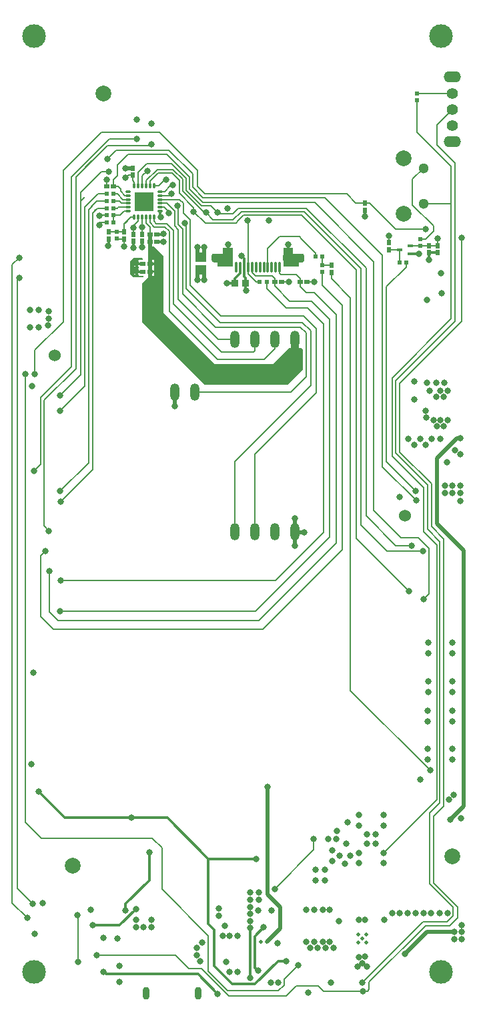
<source format=gbl>
G04 Layer_Physical_Order=4*
G04 Layer_Color=11436288*
%FSLAX44Y44*%
%MOMM*%
G71*
G01*
G75*
%ADD10C,2.0000*%
%ADD18R,0.5500X0.6000*%
%ADD19R,0.6200X0.6600*%
%ADD20R,0.6600X0.6200*%
%ADD24R,0.6000X0.5500*%
%ADD26R,0.8500X0.9500*%
%ADD30R,1.4500X1.2500*%
%ADD48C,0.2000*%
%ADD49C,0.3000*%
%ADD50C,0.5000*%
%ADD51C,1.0000*%
%ADD52C,1.5240*%
%ADD53O,2.2000X1.4000*%
%ADD54C,1.3970*%
%ADD55C,1.3000*%
%ADD56O,0.9000X1.6000*%
%ADD57C,3.0000*%
%ADD58C,0.5000*%
%ADD59C,0.8000*%
%ADD74O,1.2000X2.2000*%
%ADD75R,2.4000X2.4000*%
%ADD76O,0.7000X0.2800*%
%ADD77O,0.2800X0.7000*%
%ADD78O,0.3000X1.4000*%
G04:AMPARAMS|DCode=79|XSize=2.65mm|YSize=1.1mm|CornerRadius=0.275mm|HoleSize=0mm|Usage=FLASHONLY|Rotation=0.000|XOffset=0mm|YOffset=0mm|HoleType=Round|Shape=RoundedRectangle|*
%AMROUNDEDRECTD79*
21,1,2.6500,0.5500,0,0,0.0*
21,1,2.1000,1.1000,0,0,0.0*
1,1,0.5500,1.0500,-0.2750*
1,1,0.5500,-1.0500,-0.2750*
1,1,0.5500,-1.0500,0.2750*
1,1,0.5500,1.0500,0.2750*
%
%ADD79ROUNDEDRECTD79*%
%ADD80R,0.8000X0.3500*%
G36*
X4018500Y2982050D02*
X4030000D01*
X4032500Y2979550D01*
Y2973550D01*
X4030000Y2971050D01*
X4025500D01*
Y2966050D01*
X4006000D01*
Y2989050D01*
X4018500D01*
Y2982050D01*
D02*
G37*
G36*
X3942000Y2966050D02*
X3922500D01*
Y2971050D01*
X3918000D01*
X3915500Y2973550D01*
Y2979550D01*
X3918000Y2982050D01*
X3929500D01*
Y2989050D01*
X3942000D01*
Y2966050D01*
D02*
G37*
G36*
X3838450Y2991950D02*
X3839450D01*
Y2990950D01*
X3842100D01*
X3854000Y2979050D01*
Y2907000D01*
X3881000Y2880000D01*
X3919000Y2842000D01*
X3993000D01*
X4013000Y2862000D01*
X4015999D01*
X4016765Y2861412D01*
X4018712Y2860606D01*
X4019300Y2860529D01*
Y2873400D01*
X4022300D01*
Y2860529D01*
X4022888Y2860606D01*
X4024835Y2861412D01*
X4025601Y2862000D01*
X4028875D01*
X4030875Y2860000D01*
Y2835224D01*
X4017651Y2822000D01*
X4011651Y2816000D01*
X3906000D01*
X3896000Y2826000D01*
X3826750Y2895250D01*
Y2944705D01*
X3834450Y2952405D01*
Y2954200D01*
X3835450D01*
Y2959300D01*
X3836950D01*
Y2960800D01*
X3842250D01*
Y2964200D01*
Y2967800D01*
X3836950D01*
Y2969300D01*
X3835450D01*
Y2974400D01*
X3834450D01*
Y2991950D01*
X3835450D01*
Y2997050D01*
X3838450D01*
Y2991950D01*
D02*
G37*
G36*
X3827927Y2975573D02*
X3827440Y2974400D01*
X3822850D01*
Y2973734D01*
X3821580Y2973055D01*
X3821111Y2973368D01*
X3820820Y2973426D01*
Y2969600D01*
Y2965775D01*
X3821111Y2965832D01*
X3821580Y2966146D01*
X3822850Y2965467D01*
Y2964200D01*
Y2963734D01*
X3821580Y2963055D01*
X3821111Y2963368D01*
X3820820Y2963426D01*
Y2959600D01*
Y2955775D01*
X3821111Y2955832D01*
X3821580Y2956146D01*
X3822850Y2955467D01*
Y2954200D01*
X3828541D01*
X3829027Y2953027D01*
X3828000Y2952000D01*
X3816077D01*
X3812920Y2955157D01*
X3811950Y2956127D01*
Y2972270D01*
X3816680Y2977000D01*
X3826500D01*
X3827927Y2975573D01*
D02*
G37*
%LPC*%
G36*
X3818280Y2958330D02*
X3815724D01*
X3815782Y2958040D01*
X3816666Y2956716D01*
X3817989Y2955832D01*
X3818280Y2955775D01*
Y2958330D01*
D02*
G37*
G36*
X3842250Y2957800D02*
X3838450D01*
Y2954200D01*
X3842250D01*
Y2957800D01*
D02*
G37*
G36*
X3818280Y2963426D02*
X3817989Y2963368D01*
X3816666Y2962484D01*
X3815782Y2961161D01*
X3815724Y2960870D01*
X3818280D01*
Y2963426D01*
D02*
G37*
G36*
X3842250Y2974400D02*
X3838450D01*
Y2970800D01*
X3842250D01*
Y2974400D01*
D02*
G37*
G36*
X3818280Y2973426D02*
X3817989Y2973368D01*
X3816666Y2972484D01*
X3815782Y2971161D01*
X3815724Y2970870D01*
X3818280D01*
Y2973426D01*
D02*
G37*
G36*
Y2968330D02*
X3815724D01*
X3815782Y2968040D01*
X3816666Y2966716D01*
X3817989Y2965832D01*
X3818280Y2965775D01*
Y2968330D01*
D02*
G37*
%LPD*%
D10*
X4221000Y2218000D02*
D03*
X3739000Y2206000D02*
D03*
X3778000Y3185000D02*
D03*
X4159000Y3032918D02*
D03*
Y3102918D02*
D03*
D18*
X3794370Y3001000D02*
D03*
Y3009500D02*
D03*
X4055657Y2967300D02*
D03*
Y2958800D02*
D03*
X4180000Y2992000D02*
D03*
Y3000500D02*
D03*
X4176000Y3176750D02*
D03*
Y3185250D02*
D03*
D19*
X3814935Y3081650D02*
D03*
Y3090450D02*
D03*
X3784285Y3009500D02*
D03*
Y3000700D02*
D03*
X3826750Y3006535D02*
D03*
Y2997735D02*
D03*
X3815750Y3006450D02*
D03*
Y2997650D02*
D03*
X3804370Y3009500D02*
D03*
Y3000700D02*
D03*
X4067000Y2967300D02*
D03*
Y2958500D02*
D03*
X4110000Y3046000D02*
D03*
Y3037200D02*
D03*
X4140000Y2987000D02*
D03*
Y2995800D02*
D03*
X4191000Y2992000D02*
D03*
Y2983200D02*
D03*
X4202000Y2992000D02*
D03*
Y2983200D02*
D03*
D20*
X3836950Y3006535D02*
D03*
X3845750D02*
D03*
X3836950Y2997050D02*
D03*
X3845750D02*
D03*
X3836950Y2969300D02*
D03*
X3828150D02*
D03*
X3836950Y2959300D02*
D03*
X3828150D02*
D03*
X4004000Y2946000D02*
D03*
X3995200D02*
D03*
X4036400D02*
D03*
X4027600D02*
D03*
X3781650Y3067343D02*
D03*
X3790450D02*
D03*
D24*
X3781950Y3057720D02*
D03*
X3790450D02*
D03*
X3781950Y3048770D02*
D03*
X3790450D02*
D03*
X3781950Y3039770D02*
D03*
X3790450D02*
D03*
X3781950Y3030770D02*
D03*
X3790450D02*
D03*
Y3021220D02*
D03*
X3781950D02*
D03*
X3984850Y2946000D02*
D03*
X3976350D02*
D03*
X4055726Y2978000D02*
D03*
X4047226D02*
D03*
X4153500Y2971000D02*
D03*
X4162000D02*
D03*
D26*
X3944995Y2944705D02*
D03*
X3958495D02*
D03*
D30*
X3901469Y2961300D02*
D03*
Y2977800D02*
D03*
D48*
X3924230Y3032770D02*
X3941750D01*
X3949000Y3023885D02*
Y3024000D01*
X3946165Y3021050D02*
X3949000Y3023885D01*
X3879000Y3033770D02*
X3888000Y3024770D01*
Y2942150D02*
Y3024770D01*
Y2942150D02*
X3927000Y2903150D01*
X3881850Y3020850D02*
X3883000Y3019700D01*
Y2938000D02*
Y3019700D01*
Y2938000D02*
X3926000Y2895000D01*
X3873000Y3018951D02*
X3878101Y3013850D01*
X3878150D01*
Y2930850D02*
Y3013850D01*
Y2930850D02*
X3920000Y2889000D01*
X3868000Y3017000D02*
X3872950Y3012050D01*
Y2924050D02*
Y3012050D01*
Y2924050D02*
X3923600Y2873400D01*
X3857950Y3020050D02*
X3867000Y3011000D01*
Y2918000D02*
Y3011000D01*
Y2918000D02*
X3928000Y2857000D01*
X3855950Y3016050D02*
X3861670Y3010330D01*
Y2909330D02*
Y3010330D01*
Y2909330D02*
X3923000Y2848000D01*
X4219000Y2899419D02*
Y3045418D01*
X4144000Y2824419D02*
X4219000Y2899419D01*
X4144000Y2725215D02*
Y2824419D01*
X4223940Y2895940D02*
Y3097061D01*
X4148658Y2820657D02*
X4223940Y2895940D01*
X4148658Y2729343D02*
Y2820657D01*
X4232362Y2896048D02*
Y3002000D01*
X4154000Y2817686D02*
X4232362Y2896048D01*
X4154000Y2730215D02*
Y2817686D01*
X3662000Y2159000D02*
X3681000Y2140000D01*
X3662000Y2159000D02*
Y2173000D01*
X4055657Y2967300D02*
X4067000D01*
Y2950250D02*
Y2958500D01*
X4055657Y2977931D02*
X4055726Y2978000D01*
X4055657Y2967300D02*
Y2977931D01*
X4197000Y2269000D02*
X4209488Y2281488D01*
Y2286862D01*
X4209250Y2287101D02*
X4209488Y2286862D01*
X4209250Y2287101D02*
Y2442274D01*
X4209488Y2442512D01*
X4200740Y2289717D02*
Y2326000D01*
X4217000Y2130000D02*
X4227000Y2140000D01*
Y2154000D01*
X4197000Y2184000D02*
X4227000Y2154000D01*
X4221315Y2142840D02*
Y2153685D01*
X4192000Y2183000D02*
X4221315Y2153685D01*
X4192000Y2183000D02*
Y2273260D01*
X4213475Y2135000D02*
X4221315Y2142840D01*
X4197000Y2184000D02*
Y2269000D01*
X4192000Y2273260D02*
X4204740Y2286000D01*
X4133023Y2222000D02*
X4200740Y2289717D01*
X3986500Y2965050D02*
Y2988291D01*
X4047226Y2978000D02*
Y2982774D01*
X4055657Y2941717D02*
Y2958800D01*
X3714000Y2506000D02*
X3980000D01*
X3698000Y2522000D02*
X3714000Y2506000D01*
X3698000Y2522000D02*
Y2599000D01*
X3704000Y2605000D01*
X3892515Y3035515D02*
X3906980Y3021050D01*
X3916950Y3025050D02*
X3942280D01*
X3908000Y3034000D02*
X3916950Y3025050D01*
X3906980Y3021050D02*
X3946165D01*
X3923000Y3034000D02*
X3924230Y3032770D01*
X3914000Y3043000D02*
X3923000Y3034000D01*
X3902000Y3043000D02*
X3914000D01*
X3897000Y3067343D02*
Y3088000D01*
X3887000Y3064000D02*
X3904000Y3047000D01*
X3883000Y3062000D02*
X3902000Y3043000D01*
X3873000Y3018951D02*
Y3041220D01*
X3868000Y3017000D02*
Y3035800D01*
X3905343Y3034000D02*
X3908000D01*
X3878150Y3061194D02*
X3905343Y3034000D01*
X3874150Y3058650D02*
X3892515Y3040285D01*
Y3035515D02*
Y3040285D01*
X3858000Y3108000D02*
X3887000Y3079000D01*
X3809450Y3108000D02*
X3858000D01*
X3795450Y3094000D02*
X3809450Y3108000D01*
X3861000Y3113000D02*
X3891000Y3083000D01*
X3794000Y3113000D02*
X3861000D01*
X3783000Y3102000D02*
X3794000Y3113000D01*
X3849000Y3136000D02*
X3897000Y3088000D01*
X4167000Y2992000D02*
X4180000D01*
X4140000Y2995800D02*
Y3005000D01*
Y2987000D02*
X4140000Y2987000D01*
X4187000Y3000500D02*
X4197000Y3010500D01*
X4180000Y3000500D02*
X4187000D01*
X4197000Y3010500D02*
Y3017000D01*
X4170000Y3044000D02*
X4197000Y3017000D01*
X4184000Y3045418D02*
X4219000D01*
X4170000Y3076418D02*
X4184000Y3090418D01*
X4170000Y3044000D02*
Y3076418D01*
X4180000Y2992000D02*
X4191000D01*
X4202000D01*
Y3001600D01*
X4176000Y3185250D02*
X4176070Y3185320D01*
X4176000Y3136000D02*
Y3176750D01*
Y3136000D02*
X4219000Y3093000D01*
X4201000Y3120000D02*
Y3145000D01*
Y3120000D02*
X4223940Y3097061D01*
X4219000Y3045418D02*
Y3093000D01*
X3864343Y3096000D02*
X3883000Y3077343D01*
X3832900Y3096000D02*
X3864343D01*
X3865916Y3088770D02*
X3878150Y3076537D01*
X3846000Y3088770D02*
X3865916D01*
X3865030Y3084000D02*
X3874150Y3074880D01*
X3847230Y3084000D02*
X3865030D01*
X3702500Y2636920D02*
X3708710Y2630710D01*
X3821950Y3068220D02*
Y3085050D01*
X3826985Y3068255D02*
Y3080755D01*
X3833280Y3087050D01*
X3814935Y3074535D02*
X3816950Y3072520D01*
X3814935Y3074535D02*
Y3081650D01*
X3826950Y3068220D02*
X3826985Y3068255D01*
X3816950Y3068220D02*
Y3072520D01*
X3970000Y2629400D02*
Y2728000D01*
X3790450Y3039770D02*
X3795450D01*
X3796400Y3040720D01*
X3809450D01*
X3803950Y3035720D02*
X3809450D01*
X3799000Y3030770D02*
X3803950Y3035720D01*
X3772450Y3030220D02*
X3774450D01*
X3775000Y3030770D02*
X3781950D01*
X3774450Y3030220D02*
X3775000Y3030770D01*
X3790450Y3021220D02*
Y3028770D01*
Y3030770D02*
X3792450D01*
X3799000D01*
X3790450Y3028770D02*
X3792450Y3030770D01*
X3944600Y2629400D02*
Y2718600D01*
X3804950Y3055720D02*
X3809450D01*
X3826950Y3016250D02*
Y3028220D01*
X3841950Y3022850D02*
Y3028220D01*
X3821950Y3023257D02*
Y3028220D01*
X3815750Y3017057D02*
X3821950Y3023257D01*
X3812920Y3028220D02*
X3816950D01*
X3800950Y3045720D02*
X3809450D01*
X3797900Y3048770D02*
X3800950Y3045720D01*
X3790450Y3048770D02*
X3797900D01*
X3802450Y3050720D02*
X3809450D01*
X3795450Y3057720D02*
X3802450Y3050720D01*
X3790450Y3057720D02*
X3795450D01*
X3836950Y3068220D02*
Y3073720D01*
X3849450Y3060720D02*
X3855420D01*
X3826750Y3006535D02*
Y3016050D01*
X3826950Y3016250D01*
X3841950Y3068220D02*
X3847920D01*
X3794370Y3009500D02*
X3804370D01*
X3773920Y3021220D02*
X3781950D01*
X3772750Y3020050D02*
X3773920Y3021220D01*
X3772750Y3018350D02*
Y3020050D01*
X3804370Y3019670D02*
X3812920Y3028220D01*
X4007000Y2062060D02*
X4025000Y2080060D01*
X4176070Y3185320D02*
X4221000D01*
X3849450Y3040720D02*
X3855000D01*
X3861670Y3034050D01*
X3970000Y2859000D02*
Y2873400D01*
X3836950Y3006535D02*
Y3015850D01*
X3841950Y3022850D02*
X3844750Y3020050D01*
X3995400Y2861400D02*
Y2873400D01*
X3982000Y2848000D02*
X3995400Y2861400D01*
X3968000Y2857000D02*
X3970000Y2859000D01*
X3772450Y3018050D02*
X3772750Y3018350D01*
X3805750Y3021050D02*
X3812750Y3028050D01*
X3794670Y3000700D02*
X3804370D01*
X3794370Y3001000D02*
X3794670Y3000700D01*
X3847920Y3068220D02*
X3855420Y3075720D01*
X3815750Y3015000D02*
Y3017057D01*
X3836950Y3021507D02*
Y3028220D01*
Y3021507D02*
X3842407Y3016050D01*
X3831950Y3020850D02*
Y3028220D01*
Y3020850D02*
X3836950Y3015850D01*
X3815750Y3006450D02*
Y3015000D01*
X3784285Y3009500D02*
X3794370D01*
X3804370D02*
Y3019670D01*
Y2991370D02*
Y3000700D01*
X3804000Y2991000D02*
X3804370Y2991370D01*
X3926000Y2895000D02*
X4030000D01*
X4031850Y2903150D02*
X4048000Y2887000D01*
Y2806000D02*
Y2887000D01*
X3970000Y2728000D02*
X4048000Y2806000D01*
X3927000Y2903150D02*
X4031850D01*
X4030000Y2895000D02*
X4041000Y2884000D01*
X3944600Y2718600D02*
X4041000Y2815000D01*
Y2884000D01*
X4028000Y2889000D02*
X4035500Y2881500D01*
X3923000Y2848000D02*
X3982000D01*
X3928000Y2857000D02*
X3968000D01*
X3923600Y2873400D02*
X3944600D01*
X3920000Y2889000D02*
X4028000D01*
X3849450Y3055720D02*
X3862000D01*
X3864000Y3057720D01*
X3844750Y3020050D02*
X3857950D01*
X3842407Y3016050D02*
X3855950D01*
X3849450Y3045720D02*
X3858080D01*
X3849450Y3050720D02*
X3874000D01*
X3860750Y3033050D02*
X3861670Y3033970D01*
X3831950Y3068220D02*
Y3074720D01*
X3855420Y3060720D02*
X3862750Y3068050D01*
X3831950Y3074720D02*
X3846000Y3088770D01*
X3836950Y3073720D02*
X3847230Y3084000D01*
X3809650Y3081650D02*
X3814935D01*
X3855420Y3075720D02*
X3857000D01*
X3806000Y3078000D02*
X3809650Y3081650D01*
X3770000Y3039770D02*
X3781950D01*
X3833280Y3087050D02*
X3833985D01*
X3821950Y3085050D02*
X3832900Y3096000D01*
X3871500Y3042720D02*
X3873000Y3041220D01*
X3858080Y3045720D02*
X3868000Y3035800D01*
X3881000Y3020850D02*
X3881850D01*
X3879000Y3033770D02*
Y3045720D01*
X3874000Y3050720D02*
X3879000Y3045720D01*
X3887000Y3064000D02*
Y3079000D01*
X3874150Y3058650D02*
Y3074880D01*
X3878150Y3061194D02*
Y3076537D01*
X3883000Y3062000D02*
Y3077343D01*
X3891000Y3066345D02*
Y3083000D01*
X4036535Y2913000D02*
X4057000Y2892535D01*
X3722920Y2529110D02*
X3971110D01*
X3720000Y2517000D02*
X3975000D01*
X3709000Y2528000D02*
X3720000Y2517000D01*
X3709000Y2528000D02*
Y2580000D01*
X3724000Y2568000D02*
X3996000D01*
X4042000Y2922000D02*
X4065000Y2899000D01*
X3971110Y2529110D02*
X4065000Y2623000D01*
X3996000Y2568000D02*
X4057000Y2629000D01*
X4201000Y3145000D02*
X4221000Y3165000D01*
X4004000Y2946000D02*
X4012850D01*
X3869400Y2092600D02*
X3886000Y2076000D01*
X3902000D01*
X3893800Y2806400D02*
X4015900D01*
X4035500Y2826000D01*
Y2881500D01*
X4057000Y2629000D02*
Y2892535D01*
X4065000Y2623000D02*
Y2899000D01*
X4138000Y2605000D02*
X4183000D01*
X4140000Y2987000D02*
X4153500D01*
Y2971000D02*
Y2987000D01*
X4162000Y2965000D02*
Y2971000D01*
X4200740Y2289717D02*
Y2612574D01*
X4204740Y2286000D02*
Y2617260D01*
X4209488Y2442512D02*
Y2620512D01*
X4194000Y2636000D02*
X4209488Y2620512D01*
X4184000Y2629315D02*
X4200740Y2612574D01*
X4189000Y2633000D02*
X4204740Y2617260D01*
X4184000Y2629315D02*
Y2685215D01*
X4189000Y2633000D02*
Y2689000D01*
X4194000Y2636000D02*
Y2690215D01*
X3669000Y2177250D02*
X3688000Y2158250D01*
X3669000Y2177250D02*
Y2949000D01*
X3671000Y2951000D01*
X3662000Y2173000D02*
Y2968000D01*
X3671000Y2977000D01*
X3679000Y2260960D02*
Y2829000D01*
X3690000Y2706910D02*
X3698000Y2714910D01*
X3764000Y3033770D02*
X3768000Y3037770D01*
X3764000Y3033770D02*
X3770000Y3039770D01*
X3759000Y3038000D02*
X3765500Y3044500D01*
X3754000Y3041000D02*
X3766000Y3053000D01*
X3754000Y3041000D02*
X3770720Y3057720D01*
X3785113Y3127000D02*
X3820000D01*
X3782770Y3119000D02*
X3841000D01*
X3749000Y3048770D02*
X3754115Y3053885D01*
X3759000Y3038000D02*
X3769770Y3048770D01*
X3781950D01*
X3770720Y3057720D02*
X3781950D01*
X3743000Y3079230D02*
X3762885Y3099115D01*
X3743000Y3079230D02*
X3782770Y3119000D01*
X3702500Y2636920D02*
Y2796000D01*
X3724000Y2668000D02*
X3764000Y2708000D01*
Y3033770D01*
X3723000Y2681000D02*
X3759000Y2717000D01*
Y3038000D01*
X3723000Y2783000D02*
X3754000Y2814000D01*
X3723000Y2802157D02*
X3749000Y2828157D01*
X3754000Y2814000D02*
Y3041000D01*
X3749000Y2828157D02*
Y3048770D01*
X3743000Y2836500D02*
Y3079230D01*
X3775000Y3136000D02*
X3849000D01*
X3737000Y3078887D02*
X3743113Y3085000D01*
X3698000Y2714910D02*
Y2800000D01*
X3737000Y3078887D02*
X3785113Y3127000D01*
X3727000Y3088000D02*
X3743000Y3104000D01*
X3727000Y2895500D02*
Y3088000D01*
X3702500Y2796000D02*
X3743000Y2836500D01*
X3737000Y2839000D02*
Y3078887D01*
X3698000Y2800000D02*
X3737000Y2839000D01*
X3691000Y2859500D02*
X3727000Y2895500D01*
Y3088000D02*
X3775000Y3136000D01*
X3691000Y2829000D02*
Y2859500D01*
X3986500Y2988291D02*
X4001709Y3003500D01*
X4026500D01*
X4029500Y3000500D02*
X4047226Y2982774D01*
X3769000Y2092600D02*
X3869400D01*
X3746000Y2084000D02*
Y2142750D01*
X3745000Y2143750D02*
X3746000Y2142750D01*
X4154000Y2730215D02*
X4194000Y2690215D01*
X4148658Y2729343D02*
X4189000Y2689000D01*
X4144000Y2725215D02*
X4184000Y2685215D01*
X4137000Y2718315D02*
X4174315Y2681000D01*
X4137000Y2718315D02*
Y2940000D01*
X4162000Y2965000D01*
X4132000Y2712000D02*
X4175000Y2669000D01*
X3975000Y2517000D02*
X4072934Y2614934D01*
Y2905066D01*
X4045000Y2933000D02*
X4072934Y2905066D01*
X3980000Y2506000D02*
X4081000Y2607000D01*
Y2916374D01*
X4055657Y2941717D02*
X4081000Y2916374D01*
X4091250Y2428180D02*
X4192430Y2327000D01*
X4091250Y2428180D02*
Y2926000D01*
X4067000Y2950250D02*
X4091250Y2926000D01*
X4099000Y2620685D02*
X4165685Y2554000D01*
X4184500Y2544000D02*
X4191000Y2550500D01*
X4155560Y2622000D02*
X4177400D01*
X4191000Y2608400D01*
Y2550500D02*
Y2608400D01*
X4149000Y2612000D02*
X4169000D01*
X4105000Y2638000D02*
X4138000Y2605000D01*
X4111000Y2650000D02*
X4149000Y2612000D01*
X4121000Y2656560D02*
X4155560Y2622000D01*
X4121000Y2656560D02*
Y2972000D01*
X4099000Y2620685D02*
Y2961395D01*
X4105000Y2638000D02*
Y2963000D01*
X4111000Y2650000D02*
Y2964000D01*
X4132000Y2712000D02*
Y2980000D01*
X3897000Y3067343D02*
X3906623Y3057720D01*
X3891000Y3066345D02*
X3904345Y3053000D01*
X4098220Y3046000D02*
X4115750D01*
X4148750Y3013000D01*
X4187000D01*
X4106000Y2057750D02*
X4183250Y2135000D01*
X4213475D01*
X4106992Y2046996D02*
X4112746D01*
X4114962Y2049211D01*
X4186379Y2130000D02*
X4217000D01*
X4114962Y2049211D02*
Y2058582D01*
X4186379Y2130000D01*
X3679000Y2260960D02*
X3698960Y2241000D01*
X4044407Y2226407D02*
Y2240000D01*
X3995000Y2177000D02*
X4044407Y2226407D01*
X3698960Y2241000D02*
X3840000D01*
X3852000Y2229000D01*
Y2176465D02*
Y2229000D01*
Y2176465D02*
X3911000Y2117465D01*
Y2072657D02*
Y2117465D01*
X3902000Y2076000D02*
X3920657Y2057343D01*
Y2057343D02*
Y2057343D01*
Y2057343D02*
X3937000Y2041000D01*
X4057404Y2046996D02*
X4106992D01*
X4050400Y2054000D02*
X4057404Y2046996D01*
X3911000Y2072657D02*
X3935657Y2048000D01*
X3937000Y2041000D02*
X4009625D01*
X3935657Y2048000D02*
X3999900D01*
X4009625Y2041000D02*
X4022625Y2054000D01*
X4050400D01*
X3999900Y2048000D02*
X4007000Y2055101D01*
Y2062060D01*
X3749000Y3048770D02*
Y3060000D01*
X3775000Y3086000D01*
X3785000D01*
X3790450Y3067343D02*
X3796550D01*
X3799670Y3064223D01*
Y3061000D02*
Y3064223D01*
Y3061000D02*
X3804950Y3055720D01*
X3790450Y3067343D02*
Y3075793D01*
X3795450Y3080793D01*
Y3094000D01*
X3781650Y3067343D02*
X3782000Y3067693D01*
X3781992Y3067701D02*
Y3075994D01*
Y3067701D02*
X3782000Y3067693D01*
X4086500Y3057720D02*
X4098220Y3046000D01*
X4059000Y3053000D02*
X4132000Y2980000D01*
X4046000Y3047000D02*
X4121000Y2972000D01*
X4035230Y3039770D02*
X4111000Y2964000D01*
X3941750Y3032770D02*
X3948750Y3039770D01*
X4032485Y3035515D02*
X4105000Y2963000D01*
X3942280Y3025050D02*
X3952745Y3035515D01*
X4029395Y3031000D02*
X4099000Y2961395D01*
X3949000Y3024000D02*
X3956000Y3031000D01*
X3906623Y3057720D02*
X4086500D01*
X3904345Y3053000D02*
X4059000D01*
X3904000Y3047000D02*
X4046000D01*
X3948750Y3039770D02*
X4035230D01*
X3952745Y3035515D02*
X4032485D01*
X3956000Y3031000D02*
X4029395D01*
X3961000Y3023770D02*
X3961500Y3023270D01*
Y2965050D02*
Y3023270D01*
X3966500Y2957967D02*
Y2965050D01*
X3961500Y2956500D02*
Y2965050D01*
X3966500Y2957967D02*
X3970467Y2954000D01*
X4001500Y2957274D02*
X4003307Y2955467D01*
X4001500Y2957274D02*
Y2965050D01*
X3991850Y2954000D02*
X3995200Y2950650D01*
Y2941051D02*
X4014250Y2922000D01*
X4018000D01*
X3970467Y2954000D02*
X3991850D01*
X3995200Y2941051D02*
Y2946000D01*
Y2950650D01*
X4014250Y2922000D02*
X4042000D01*
X3984850Y2938150D02*
Y2946000D01*
Y2938150D02*
X4010000Y2913000D01*
X4036535D01*
X3972000Y2946000D02*
X3976350D01*
X3961500Y2956500D02*
X3972000Y2946000D01*
X4036400D02*
X4045000D01*
X4022908Y2955467D02*
X4027600Y2950775D01*
X4003307Y2955467D02*
X4022908D01*
X4027600Y2946000D02*
Y2950775D01*
Y2940400D02*
Y2946000D01*
Y2940400D02*
X4035000Y2933000D01*
X4045000D01*
X4026500Y3003500D02*
X4029500Y3000500D01*
D49*
X4110000Y3028785D02*
Y3037200D01*
X4191000Y2983200D02*
X4202000D01*
X3970000Y2077000D02*
Y2116750D01*
Y2077000D02*
X3974000Y2073000D01*
X3970000Y2077000D02*
Y2092000D01*
X3820250Y2959300D02*
X3828150D01*
X3845750Y2997050D02*
X3853750D01*
X3845750Y3006535D02*
X3853235D01*
X3815750Y2989050D02*
Y2997650D01*
X3826750Y2990050D02*
Y2997735D01*
X3820250Y2969300D02*
X3828150D01*
X3784285Y2992285D02*
Y3000700D01*
X3784000Y2992000D02*
X3784285Y2992285D01*
X3853235Y3006535D02*
X3853750Y3007050D01*
X3849450Y3029220D02*
Y3035720D01*
Y3029220D02*
X3850450Y3028220D01*
X3853750Y2997050D02*
X3853750Y2997050D01*
X3964250Y2064000D02*
Y2127307D01*
X3835960Y2187960D02*
Y2223000D01*
X3805700Y2149750D02*
Y2157700D01*
X3835960Y2187960D01*
X3798219Y2130879D02*
X3818960Y2151620D01*
X3764000Y2130879D02*
X3798219D01*
X4191000Y2974000D02*
Y2983200D01*
X4167000Y2982000D02*
X4178000D01*
X3936000Y2985000D02*
Y2994000D01*
X4012250Y2985774D02*
Y2993750D01*
X4012000Y2994000D02*
X4012250Y2993750D01*
X3778000Y2071910D02*
X3780910Y2069000D01*
X3898000D01*
X3970000Y2116750D02*
X3981250Y2128000D01*
X3898000Y2069000D02*
X3923000Y2044000D01*
X3911000Y2132307D02*
Y2215000D01*
Y2132307D02*
X3918000Y2125307D01*
Y2079000D02*
Y2125307D01*
Y2079000D02*
X3941000Y2056000D01*
X3970000D01*
X3999500Y2085500D01*
X4009500D01*
X3695500Y2300000D02*
X3728500Y2267000D01*
X3911000Y2215000D02*
X3972000D01*
X3859000Y2267000D02*
X3911000Y2215000D01*
X3728500Y2267000D02*
X3813000D01*
X3813000Y2267000D02*
X3859000D01*
X3813000Y2267000D02*
X3813000Y2267000D01*
X3953000Y2979550D02*
X3956500Y2976050D01*
Y2965050D02*
Y2976050D01*
X3958245Y2944250D02*
X3958495Y2944000D01*
X3934745Y2944705D02*
X3944995D01*
X3958495Y2935124D02*
X3958745Y2934873D01*
X3958495Y2935124D02*
Y2944000D01*
Y2944705D01*
X3956500Y2952995D02*
X3958245Y2951250D01*
X3956500Y2952995D02*
Y2962050D01*
X3958245Y2944250D02*
Y2951250D01*
X3944995Y2944705D02*
Y2950495D01*
X3951500Y2957000D01*
Y2965050D01*
D50*
X4218000Y2265000D02*
X4235000Y2282000D01*
Y2301000D01*
X3836950Y2997050D02*
Y3006535D01*
X3837000Y2947005D02*
Y2959250D01*
X3836950Y2959300D02*
X3837000Y2959250D01*
X3836950Y2959300D02*
Y2997050D01*
X3901469Y2977800D02*
X3906004Y2982335D01*
Y2990650D01*
X3896934Y2982335D02*
Y2990650D01*
Y2982335D02*
X3901469Y2977800D01*
Y2961300D02*
X3906004Y2956765D01*
Y2948450D02*
Y2956765D01*
X3896934Y2948450D02*
Y2956765D01*
X3901469Y2961300D01*
X3868400Y2789400D02*
Y2806400D01*
X3868000Y2789000D02*
X3868400Y2789400D01*
X3806032Y3090450D02*
X3814935D01*
X3806000Y3090418D02*
X3806032Y3090450D01*
X4020800Y2612000D02*
Y2629400D01*
Y2646800D01*
Y2629400D02*
X4021200Y2629000D01*
X4033000D01*
X4226620Y2748528D02*
X4231000D01*
X4235000Y2282000D02*
Y2606000D01*
X4201000Y2722908D02*
X4226620Y2748528D01*
X4201000Y2640000D02*
X4235000Y2606000D01*
X4201000Y2640000D02*
Y2722908D01*
X4160547Y2094268D02*
X4188279Y2122000D01*
X4222901D01*
X3986250Y2169750D02*
Y2171000D01*
Y2169750D02*
X4002000Y2154000D01*
Y2126310D02*
Y2154000D01*
X3985250Y2109560D02*
X4002000Y2126310D01*
X3986250Y2305750D02*
X3986500Y2306000D01*
X3986250Y2169750D02*
Y2305750D01*
D51*
X3837000Y2900000D02*
X3902000Y2835000D01*
X3837000Y2900000D02*
Y2944705D01*
X3902000Y2835000D02*
X4007000D01*
X4020800Y2848800D01*
Y2873400D01*
D52*
X4160500Y2649800D02*
D03*
X3716000Y2853000D02*
D03*
D53*
X4221000Y3206148D02*
D03*
Y3123852D02*
D03*
D54*
Y3185320D02*
D03*
Y3165000D02*
D03*
Y3144680D02*
D03*
D55*
X4184000Y3045418D02*
D03*
Y3090418D02*
D03*
D56*
X3898000Y2044500D02*
D03*
X3832000D02*
D03*
D57*
X3689910Y3258088D02*
D03*
X4206089D02*
D03*
X3689910Y2071910D02*
D03*
X4206089D02*
D03*
D58*
X4101000Y2109000D02*
D03*
Y2119000D02*
D03*
X4106000Y2114000D02*
D03*
X4111000Y2109000D02*
D03*
Y2119000D02*
D03*
X3834950Y3042720D02*
D03*
Y3053720D02*
D03*
X3823950Y3042720D02*
D03*
Y3053720D02*
D03*
X3977250Y2109560D02*
D03*
X3985250D02*
D03*
D59*
X4192430Y2327000D02*
D03*
X4231225Y2266000D02*
D03*
X4218000Y2265000D02*
D03*
X4193315Y2146060D02*
D03*
X4204315D02*
D03*
X4232362Y2130879D02*
D03*
X4221966Y2296000D02*
D03*
X4216250Y2290000D02*
D03*
X4180000Y2315500D02*
D03*
X4110000Y3028785D02*
D03*
X3704000Y2605000D02*
D03*
X3972000Y2215000D02*
D03*
X4133023Y2270500D02*
D03*
Y2257000D02*
D03*
X4102023D02*
D03*
Y2270500D02*
D03*
X3935000Y3039770D02*
D03*
X3908000Y3034000D02*
D03*
X3923000D02*
D03*
X3892515Y3035515D02*
D03*
X3839000Y3121000D02*
D03*
X3820000Y3127000D02*
D03*
X4140000Y3005000D02*
D03*
X4187000Y3013000D02*
D03*
X4202000Y3001600D02*
D03*
X4205992Y2956994D02*
D03*
X4102000Y2137500D02*
D03*
X4110000Y2137250D02*
D03*
X3723000Y2802157D02*
D03*
Y2783000D02*
D03*
X3709000Y2580000D02*
D03*
X4184500Y2544000D02*
D03*
X3688000Y2158250D02*
D03*
X3681000Y2140000D02*
D03*
X3974000Y2073000D02*
D03*
X3762000Y2150060D02*
D03*
X3778000Y2115000D02*
D03*
X3990000Y2058000D02*
D03*
X3796000Y2114000D02*
D03*
X3818960Y2137620D02*
D03*
X3964500Y2127307D02*
D03*
X3948000Y2117560D02*
D03*
X3938000Y2117000D02*
D03*
X3701000Y2159000D02*
D03*
X3691000Y2120000D02*
D03*
X4165685Y2554000D02*
D03*
X3772450Y3030220D02*
D03*
X3819550Y2959600D02*
D03*
X4077000Y2136000D02*
D03*
X4134000Y2138000D02*
D03*
X4035000Y2150250D02*
D03*
X4045000D02*
D03*
X4056000D02*
D03*
X4065000Y2150000D02*
D03*
X4035000Y2109750D02*
D03*
X4144315Y2145810D02*
D03*
X4153315Y2146060D02*
D03*
X4164315D02*
D03*
X4174315D02*
D03*
X4184315Y2145810D02*
D03*
X4214315Y2146060D02*
D03*
X3813000Y2267000D02*
D03*
X3695500Y2300000D02*
D03*
X4047000Y2201000D02*
D03*
X3679000Y2829000D02*
D03*
X4222901Y2113121D02*
D03*
X4038000Y2045500D02*
D03*
X4025000Y2080060D02*
D03*
X4044407Y2240000D02*
D03*
X4045000Y2109750D02*
D03*
X4056000D02*
D03*
X4065000Y2110000D02*
D03*
X4059000Y2201000D02*
D03*
X4133023Y2222000D02*
D03*
X4068500Y2212000D02*
D03*
Y2225500D02*
D03*
X4232362Y2113121D02*
D03*
X4110000Y2090750D02*
D03*
X4102000Y2090500D02*
D03*
X4009500Y2085500D02*
D03*
X4220581Y2340671D02*
D03*
X4189581D02*
D03*
Y2354171D02*
D03*
X4220581Y2402671D02*
D03*
Y2389171D02*
D03*
X4189581D02*
D03*
Y2402671D02*
D03*
X4220780Y2440250D02*
D03*
Y2426750D02*
D03*
X4189780D02*
D03*
Y2440250D02*
D03*
X4220780Y2488750D02*
D03*
Y2475250D02*
D03*
X4189780D02*
D03*
Y2488750D02*
D03*
X3769000Y2092600D02*
D03*
X4231000Y2728000D02*
D03*
X4232362Y2122000D02*
D03*
X4106000Y2057750D02*
D03*
X4066434D02*
D03*
X4106992Y2046996D02*
D03*
X3906004Y2990650D02*
D03*
X3896934D02*
D03*
X3906004Y2948450D02*
D03*
X3896934D02*
D03*
X3772450Y3018050D02*
D03*
X3815750Y2989050D02*
D03*
X3826750Y2990050D02*
D03*
Y3016050D02*
D03*
X3815750Y3015000D02*
D03*
X3819550Y2969600D02*
D03*
X3804000Y2991000D02*
D03*
X3784000Y2992000D02*
D03*
X3868000Y2789000D02*
D03*
X3853750Y3007050D02*
D03*
X3864000Y3057720D02*
D03*
X3850450Y3028220D02*
D03*
X3871500Y3042720D02*
D03*
X3860750Y3033050D02*
D03*
X3853750Y2997050D02*
D03*
X3866000Y3069000D02*
D03*
X3857000Y3075720D02*
D03*
X3806000Y3078000D02*
D03*
Y3090418D02*
D03*
X3783000Y3102000D02*
D03*
X3785000Y3086000D02*
D03*
X3690000Y2706910D02*
D03*
X3724000Y2668000D02*
D03*
X3723000Y2681000D02*
D03*
X3708710Y2630710D02*
D03*
X3833985Y3087050D02*
D03*
X3881000Y3020850D02*
D03*
X3724000Y2568000D02*
D03*
X3988000Y3023770D02*
D03*
X3722920Y2529110D02*
D03*
X4020800Y2612000D02*
D03*
Y2646800D02*
D03*
X4033000Y2629000D02*
D03*
X3671000Y2951000D02*
D03*
Y2977000D02*
D03*
X4220581Y2354171D02*
D03*
X4224000Y2733000D02*
D03*
X4232362Y3002000D02*
D03*
X4207114Y2931974D02*
D03*
X4188714Y2923374D02*
D03*
X4231000Y2688000D02*
D03*
X4221000D02*
D03*
Y2679000D02*
D03*
X4231000D02*
D03*
Y2668810D02*
D03*
Y2748528D02*
D03*
X4196500Y2771000D02*
D03*
X4205000Y2808510D02*
D03*
X4215000D02*
D03*
X3964250Y2064000D02*
D03*
X3964500Y2136000D02*
D03*
Y2145000D02*
D03*
X3923000Y2044000D02*
D03*
X3778000Y2071910D02*
D03*
X3835960Y2223000D02*
D03*
X3838960Y2137620D02*
D03*
X3828960Y2128620D02*
D03*
X4012850Y2946000D02*
D03*
X3838960Y3147000D02*
D03*
X3819930Y3152000D02*
D03*
X4222901Y2122000D02*
D03*
X3805700Y2149750D02*
D03*
X3764000Y2130879D02*
D03*
X3818960Y2151620D02*
D03*
X4106000Y2083000D02*
D03*
X4100000Y2078000D02*
D03*
X4112000D02*
D03*
X4070000Y2102447D02*
D03*
X4060168D02*
D03*
X4050000D02*
D03*
X4040000D02*
D03*
X3931750Y2130000D02*
D03*
X3929000Y2117000D02*
D03*
X3999000Y2108000D02*
D03*
X4047000Y2188000D02*
D03*
X4059000Y2187960D02*
D03*
X3948000Y2072000D02*
D03*
X3938000D02*
D03*
X3901000Y2085000D02*
D03*
X3896000Y2093000D02*
D03*
X3903000Y2109250D02*
D03*
X3896000Y2102447D02*
D03*
X3838960Y2128000D02*
D03*
X3818960Y2128000D02*
D03*
X4133023Y2210000D02*
D03*
X4102023D02*
D03*
Y2222000D02*
D03*
X4112000Y2234000D02*
D03*
X4123000Y2234093D02*
D03*
X4063000Y2240000D02*
D03*
X4074000Y2250000D02*
D03*
X4112046Y2245907D02*
D03*
X4123046Y2246000D02*
D03*
X4199964Y2818000D02*
D03*
X4210609D02*
D03*
X4188714Y2818500D02*
D03*
X4186730Y2783174D02*
D03*
X4187884Y2774000D02*
D03*
X4201000Y2763000D02*
D03*
X4210000D02*
D03*
X4214315Y2771000D02*
D03*
X4205464D02*
D03*
X4183000Y2605000D02*
D03*
X4169000Y2612000D02*
D03*
X4175000Y2669000D02*
D03*
X4174315Y2681000D02*
D03*
X4191000Y2974000D02*
D03*
X4178000Y2982000D02*
D03*
X4211000Y2679000D02*
D03*
Y2688000D02*
D03*
X4165000Y2747000D02*
D03*
X4180000D02*
D03*
X4172000Y2740000D02*
D03*
X4187000D02*
D03*
X4194000Y2747000D02*
D03*
X4205000D02*
D03*
X4214000Y2718000D02*
D03*
X3687000Y2814157D02*
D03*
X3691000Y2829000D02*
D03*
X3708000Y2900000D02*
D03*
Y2909000D02*
D03*
X3707950Y2891000D02*
D03*
X3936000Y2994000D02*
D03*
X4012000D02*
D03*
X3934000Y2084000D02*
D03*
X3798000Y2079000D02*
D03*
Y2059000D02*
D03*
X3746000Y2084000D02*
D03*
X3745000Y2143750D02*
D03*
X4199964Y2801000D02*
D03*
X4210000D02*
D03*
X4087500Y2261000D02*
D03*
X4073540Y2240000D02*
D03*
X4086270Y2234093D02*
D03*
X4077209Y2219116D02*
D03*
X4084521Y2208679D02*
D03*
X4090668Y2219000D02*
D03*
X3964500Y2154000D02*
D03*
X3981250Y2128000D02*
D03*
X3991000Y2149750D02*
D03*
X4172000Y2820000D02*
D03*
Y2797000D02*
D03*
X4192000Y2808510D02*
D03*
X3695500Y2911000D02*
D03*
X3684340D02*
D03*
Y2888901D02*
D03*
X3695500D02*
D03*
X4160547Y2094268D02*
D03*
X3986500Y2306000D02*
D03*
X3689000Y2451000D02*
D03*
X3686627Y2335000D02*
D03*
X4153500Y2674000D02*
D03*
X3924439Y2142907D02*
D03*
Y2152000D02*
D03*
X3975000Y2163000D02*
D03*
X3964500D02*
D03*
X3964250Y2172000D02*
D03*
X3975000D02*
D03*
X3995000Y2177000D02*
D03*
X4000000Y2058000D02*
D03*
X3974000Y2149750D02*
D03*
X3781992Y3075994D02*
D03*
X3961000Y3023770D02*
D03*
X3953000Y2979550D02*
D03*
X3934745Y2944705D02*
D03*
X3958745Y2934873D02*
D03*
X4045000Y2946000D02*
D03*
D74*
X3995400Y2629400D02*
D03*
X4020800D02*
D03*
X3970000D02*
D03*
X3868400Y2806400D02*
D03*
X3944600Y2873400D02*
D03*
X3970000D02*
D03*
X4020800D02*
D03*
X3995400D02*
D03*
X3944600Y2629400D02*
D03*
X3893800Y2806400D02*
D03*
D75*
X3829450Y3048220D02*
D03*
D76*
X3809450Y3060720D02*
D03*
Y3055720D02*
D03*
Y3050720D02*
D03*
Y3045720D02*
D03*
Y3040720D02*
D03*
Y3035720D02*
D03*
X3849450D02*
D03*
Y3040720D02*
D03*
Y3045720D02*
D03*
Y3050720D02*
D03*
Y3055720D02*
D03*
Y3060720D02*
D03*
D77*
X3816950Y3028220D02*
D03*
X3821950D02*
D03*
X3826950D02*
D03*
X3831950D02*
D03*
X3836950D02*
D03*
X3841950D02*
D03*
Y3068220D02*
D03*
X3836950D02*
D03*
X3831950D02*
D03*
X3826950D02*
D03*
X3821950D02*
D03*
X3816950D02*
D03*
D78*
X3951500Y2965050D02*
D03*
X3946500D02*
D03*
X3956500D02*
D03*
X3961500D02*
D03*
X3966500D02*
D03*
X3971500D02*
D03*
X3976500D02*
D03*
X4001500D02*
D03*
X3996500D02*
D03*
X3991500D02*
D03*
X3986500D02*
D03*
X3981500D02*
D03*
D79*
X3928750Y2976550D02*
D03*
X4019250D02*
D03*
D80*
X4153500Y2987000D02*
D03*
X4167000Y2982000D02*
D03*
Y2992000D02*
D03*
M02*

</source>
